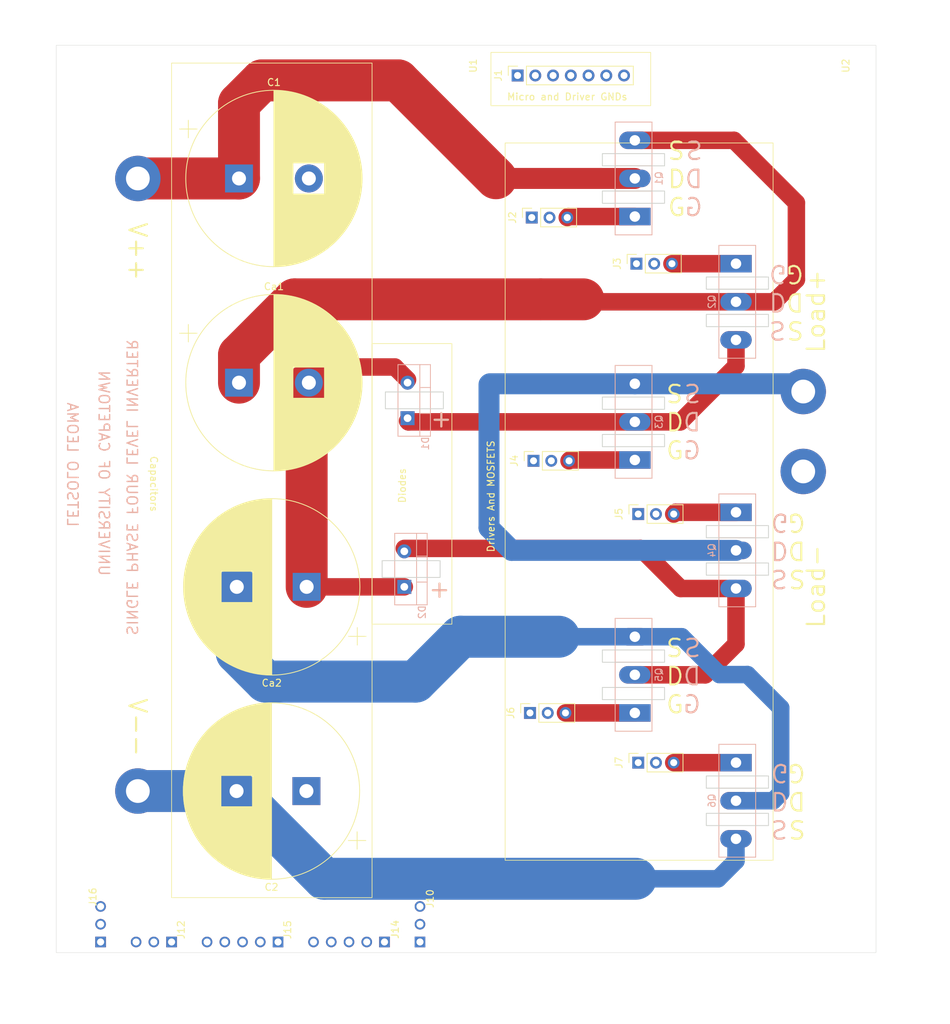
<source format=kicad_pcb>
(kicad_pcb (version 20240108) (generator "pcbnew") (generator_version "8.0")
  (layers (0 "F.Cu" signal) (1 "In1.Cu" signal) (2 "In2.Cu" signal) (31 "B.Cu" signal) (34 "B.Paste" user) (35 "F.Paste" user) (36 "B.SilkS" user "B.Silkscreen") (37 "F.SilkS" user "F.Silkscreen") (38 "B.Mask" user) (39 "F.Mask" user) (44 "Edge.Cuts" user))
  (net 0 "")
  (net 1 "Net-(D1-K)")
  (net 2 "Net-(D1-A)")
  (net 3 "Net-(D2-A)")
  (net 4 "GND")
  (net 5 "/V++")
  (net 6 "/V--")
  (net 7 "Net-(Q1-S)")
  (net 8 "Net-(Q5-S)")
  (net 10 "Net-(J2-Pin_3)")
  (net 14 "Net-(J3-Pin_3)")
  (net 15 "Net-(J4-Pin_3)")
  (net 18 "Net-(J5-Pin_3)")
  (net 21 "Net-(J6-Pin_3)")
  (net 25 "Net-(J7-Pin_3)")
  (net 27 "/Load+")
  (footprint "" (layer "F.Cu") (at 189.484 91.44)
    (property "Reference" "" (at 0 0 0) (layer "F.SilkS") (effects (font (size 1.27 1.27))))
    (property "Value" "")
    (pad "2" thru_hole circle (at 0 0) (size 6.5 6.5) (drill 3.4) (layers "*.Cu" "*.Mask") (net 4 "GND"))
  )
  (footprint "Connector_PinSocket_2.54mm:PinSocket_1x03_P2.54mm_Vertical" (layer "F.Cu") (at 165.608 61.722 90)
    (property "Reference" "J3" (at 0 -2.77 90) (layer "F.SilkS"))
    (property "Value" "Driver Header")
    (pad "1" thru_hole rect (at 0 0 90) (size 1.7 1.7) (drill 1) (layers "*.Cu" "*.Mask"))
    (pad "2" thru_hole oval (at 0 2.54 90) (size 1.7 1.7) (drill 1) (layers "*.Cu" "*.Mask"))
    (pad "3" thru_hole oval (at 0 5.08 90) (size 1.7 1.7) (drill 1) (layers "*.Cu" "*.Mask") (net 14 "Net-(J3-Pin_3)"))
  )
  (footprint "Connector_PinSocket_2.54mm:PinSocket_1x03_P2.54mm_Vertical" (layer "F.Cu") (at 150.876 89.916 90)
    (property "Reference" "J4" (at 0 -2.77 90) (layer "F.SilkS"))
    (property "Value" "Driver Header")
    (pad "1" thru_hole rect (at 0 0 90) (size 1.7 1.7) (drill 1) (layers "*.Cu" "*.Mask"))
    (pad "2" thru_hole oval (at 0 2.54 90) (size 1.7 1.7) (drill 1) (layers "*.Cu" "*.Mask"))
    (pad "3" thru_hole oval (at 0 5.08 90) (size 1.7 1.7) (drill 1) (layers "*.Cu" "*.Mask") (net 15 "Net-(J4-Pin_3)"))
  )
  (footprint "" (layer "F.Cu") (at 189.484 80.01)
    (property "Reference" "" (at 0 0 0) (layer "F.SilkS") (effects (font (size 1.27 1.27))))
    (property "Value" "")
    (pad "3" thru_hole circle (at 0 0 180) (size 6.5 6.5) (drill 3.4) (layers "*.Cu" "*.Mask") (net 27 "/Load+"))
  )
  (footprint "Capacitor_THT:CP_Radial_D25.0mm_P10.00mm_SnapIn" (layer "F.Cu") (at 108.712 78.74)
    (property "Reference" "Ca1" (at 5 -13.75 0) (layer "F.SilkS"))
    (property "Value" "330uF")
    (pad "1" thru_hole rect (at 0 0) (size 4 4) (drill 2) (layers "*.Cu" "*.Mask") (net 7 "Net-(Q1-S)"))
    (pad "2" thru_hole circle (at 10 0) (size 4 4) (drill 2) (layers "*.Cu" "*.Mask") (net 2 "Net-(D1-A)"))
  )
  (footprint "Connector_PinSocket_2.54mm:PinSocket_1x07_P2.54mm_Vertical" (layer "F.Cu") (at 148.59 34.798 90)
    (property "Reference" "J1" (at 0 -2.77 90) (layer "F.SilkS"))
    (property "Value" "Micro and Driver GNDs" (at -3.048 7.112 0) (layer "F.SilkS"))
    (pad "1" thru_hole rect (at 0 0 90) (size 1.7 1.7) (drill 1) (layers "*.Cu" "*.Mask") (net 4 "GND"))
    (pad "2" thru_hole oval (at 0 2.54 90) (size 1.7 1.7) (drill 1) (layers "*.Cu" "*.Mask") (net 4 "GND"))
    (pad "3" thru_hole oval (at 0 5.08 90) (size 1.7 1.7) (drill 1) (layers "*.Cu" "*.Mask") (net 4 "GND"))
    (pad "4" thru_hole oval (at 0 7.62 90) (size 1.7 1.7) (drill 1) (layers "*.Cu" "*.Mask") (net 4 "GND"))
    (pad "5" thru_hole oval (at 0 10.16 90) (size 1.7 1.7) (drill 1) (layers "*.Cu" "*.Mask") (net 4 "GND"))
    (pad "6" thru_hole oval (at 0 12.7 90) (size 1.7 1.7) (drill 1) (layers "*.Cu" "*.Mask") (net 4 "GND"))
    (pad "7" thru_hole oval (at 0 15.24 90) (size 1.7 1.7) (drill 1) (layers "*.Cu" "*.Mask") (net 4 "GND"))
  )
  (footprint "" (layer "F.Cu") (at 94.234 137.16)
    (property "Reference" "" (at 0 0 0) (layer "F.SilkS") (effects (font (size 1.27 1.27))))
    (property "Value" "")
    (pad "2" thru_hole circle (at 0 0 180) (size 6.5 6.5) (drill 3.4) (layers "*.Cu" "*.Mask") (net 6 "/V--"))
  )
  (footprint "Connector_PinSocket_2.54mm:PinSocket_1x03_P2.54mm_Vertical" (layer "F.Cu") (at 165.862 133.096 90)
    (property "Reference" "J7" (at 0 -2.77 90) (layer "F.SilkS"))
    (property "Value" "Driver Header")
    (pad "1" thru_hole rect (at 0 0 90) (size 1.7 1.7) (drill 1) (layers "*.Cu" "*.Mask"))
    (pad "2" thru_hole oval (at 0 2.54 90) (size 1.7 1.7) (drill 1) (layers "*.Cu" "*.Mask"))
    (pad "3" thru_hole oval (at 0 5.08 90) (size 1.7 1.7) (drill 1) (layers "*.Cu" "*.Mask") (net 25 "Net-(J7-Pin_3)"))
  )
  (footprint "4L_NNPC:MOD_LAUNCHXL-F28379D" (layer "F.Cu") (at 111.76 95.377 -90)
    (property "Reference" "U1" (at -61.972 -30.475 90) (layer "F.SilkS"))
    (property "Value" "LAUNCHXL-F28379D")
    (fp_text user "J10" (at 57.178 -24.305 90) (layer "F.SilkS"))
    (fp_text user "J14" (at 61.578 -19.305 90) (layer "F.SilkS"))
    (fp_text user "J15" (at 61.628 -3.905 90) (layer "F.SilkS"))
    (fp_text user "J12" (at 61.628 11.335 90) (layer "F.SilkS"))
    (fp_text user "J16" (at 56.928 23.97 90) (layer "F.SilkS"))
    (fp_text user "J14" (at 61.578 -19.305 90) (layer "F.SilkS"))
    (pad "" np_thru_hole circle (at -62.357 -26.67 270) (size 3.175 3.175) (drill 3.175) (layers "*.Cu" "*.Mask"))
    (pad "" np_thru_hole circle (at -62.357 26.67 270) (size 3.175 3.175) (drill 3.175) (layers "*.Cu" "*.Mask"))
    (pad "" np_thru_hole circle (at 62.103 -26.67 270) (size 3.175 3.175) (drill 3.175) (layers "*.Cu" "*.Mask"))
    (pad "" np_thru_hole circle (at 62.103 26.67 270) (size 3.175 3.175) (drill 3.175) (layers "*.Cu" "*.Mask"))
    (pad "J10_1" thru_hole rect (at 63.373 -22.86 270) (size 1.524 1.524) (drill 1.016) (layers "*.Cu" "*.Mask"))
    (pad "J10_2" thru_hole circle (at 60.833 -22.86 270) (size 1.524 1.524) (drill 1.016) (layers "*.Cu" "*.Mask"))
    (pad "J10_3" thru_hole circle (at 58.293 -22.86 270) (size 1.524 1.524) (drill 1.016) (layers "*.Cu" "*.Mask"))
    (pad "J12_1" thru_hole rect (at 63.373 12.7 270) (size 1.524 1.524) (drill 1.016) (layers "*.Cu" "*.Mask"))
    (pad "J12_2" thru_hole circle (at 63.373 15.24 270) (size 1.524 1.524) (drill 1.016) (layers "*.Cu" "*.Mask"))
    (pad "J12_3" thru_hole circle (at 63.373 17.78 270) (size 1.524 1.524) (drill 1.016) (layers "*.Cu" "*.Mask"))
    (pad "J14_1" thru_hole rect (at 63.373 -17.78 270) (size 1.524 1.524) (drill 1.016) (layers "*.Cu" "*.Mask"))
    (pad "J14_2" thru_hole circle (at 63.373 -15.24 270) (size 1.524 1.524) (drill 1.016) (layers "*.Cu" "*.Mask"))
    (pad "J14_3" thru_hole circle (at 63.373 -12.7 270) (size 1.524 1.524) (drill 1.016) (layers "*.Cu" "*.Mask"))
    (pad "J14_4" thru_hole circle (at 63.373 -10.16 270) (size 1.524 1.524) (drill 1.016) (layers "*.Cu" "*.Mask"))
    (pad "J14_5" thru_hole circle (at 63.373 -7.62 270) (size 1.524 1.524) (drill 1.016) (layers "*.Cu" "*.Mask"))
    (pad "J15_1" thru_hole rect (at 63.373 -2.54 270) (size 1.524 1.524) (drill 1.016) (layers "*.Cu" "*.Mask"))
    (pad "J15_2" thru_hole circle (at 63.373 0 270) (size 1.524 1.524) (drill 1.016) (layers "*.Cu" "*.Mask"))
    (pad "J15_3" thru_hole circle (at 63.373 2.54 270) (size 1.524 1.524) (drill 1.016) (layers "*.Cu" "*.Mask"))
    (pad "J15_4" thru_hole circle (at 63.373 5.08 270) (size 1.524 1.524) (drill 1.016) (layers "*.Cu" "*.Mask"))
    (pad "J15_5" thru_hole circle (at 63.373 7.62 270) (size 1.524 1.524) (drill 1.016) (layers "*.Cu" "*.Mask"))
    (pad "J16_1" thru_hole rect (at 63.373 22.86 270) (size 1.524 1.524) (drill 1.016) (layers "*.Cu" "*.Mask"))
    (pad "J16_2" thru_hole circle (at 60.833 22.86 270) (size 1.524 1.524) (drill 1.016) (layers "*.Cu" "*.Mask"))
    (pad "J16_3" thru_hole circle (at 58.293 22.86 270) (size 1.524 1.524) (drill 1.016) (layers "*.Cu" "*.Mask"))
  )
  (footprint "4L_NNPC:MOD_LAUNCHXL-F28379D" (layer "F.Cu") (at 165.1 95.377 -90)
    (property "Reference" "U2" (at -61.972 -30.475 90) (layer "F.SilkS"))
    (property "Value" "LAUNCHXL-F28379D")
    (pad "" np_thru_hole circle (at -62.357 -26.67 270) (size 3.175 3.175) (drill 3.175) (layers "*.Cu" "*.Mask"))
    (pad "" np_thru_hole circle (at -62.357 26.67 270) (size 3.175 3.175) (drill 3.175) (layers "*.Cu" "*.Mask"))
    (pad "" np_thru_hole circle (at 62.103 -26.67 270) (size 3.175 3.175) (drill 3.175) (layers "*.Cu" "*.Mask"))
    (pad "" np_thru_hole circle (at 62.103 26.67 270) (size 3.175 3.175) (drill 3.175) (layers "*.Cu" "*.Mask"))
  )
  (footprint "" (layer "F.Cu") (at 94.234 49.53)
    (property "Reference" "" (at 0 0 0) (layer "F.SilkS") (effects (font (size 1.27 1.27))))
    (property "Value" "")
    (pad "1" thru_hole circle (at 0 0) (size 6.5 6.5) (drill 3.4) (layers "*.Cu" "*.Mask") (net 5 "/V++"))
  )
  (footprint "Capacitor_THT:CP_Radial_D25.0mm_P10.00mm_SnapIn" (layer "F.Cu") (at 118.364 137.16 180)
    (property "Reference" "C2" (at 5 -13.75 0) (layer "F.SilkS"))
    (property "Value" "330uF")
    (pad "1" thru_hole rect (at 0 0 180) (size 4 4) (drill 2) (layers "*.Cu" "*.Mask") (net 4 "GND"))
    (pad "2" thru_hole circle (at 10 0 180) (size 4 4) (drill 2) (layers "*.Cu" "*.Mask") (net 6 "/V--"))
  )
  (footprint "Connector_PinSocket_2.54mm:PinSocket_1x03_P2.54mm_Vertical" (layer "F.Cu") (at 165.862 97.536 90)
    (property "Reference" "J5" (at 0 -2.77 90) (layer "F.SilkS"))
    (property "Value" "Driver Header")
    (pad "1" thru_hole rect (at 0 0 90) (size 1.7 1.7) (drill 1) (layers "*.Cu" "*.Mask"))
    (pad "2" thru_hole oval (at 0 2.54 90) (size 1.7 1.7) (drill 1) (layers "*.Cu" "*.Mask"))
    (pad "3" thru_hole oval (at 0 5.08 90) (size 1.7 1.7) (drill 1) (layers "*.Cu" "*.Mask") (net 18 "Net-(J5-Pin_3)"))
  )
  (footprint "Capacitor_THT:CP_Radial_D25.0mm_P10.00mm_SnapIn" (layer "F.Cu") (at 118.397371 107.95 180)
    (property "Reference" "Ca2" (at 5 -13.75 0) (layer "F.SilkS"))
    (property "Value" "330uF")
    (pad "1" thru_hole rect (at 0 0 180) (size 4 4) (drill 2) (layers "*.Cu" "*.Mask") (net 2 "Net-(D1-A)"))
    (pad "2" thru_hole circle (at 10 0 180) (size 4 4) (drill 2) (layers "*.Cu" "*.Mask") (net 8 "Net-(Q5-S)"))
  )
  (footprint "Connector_PinSocket_2.54mm:PinSocket_1x03_P2.54mm_Vertical" (layer "F.Cu") (at 150.622 55.118 90)
    (property "Reference" "J2" (at 0 -2.77 90) (layer "F.SilkS"))
    (property "Value" "Driver Header")
    (pad "1" thru_hole rect (at 0 0 90) (size 1.7 1.7) (drill 1) (layers "*.Cu" "*.Mask"))
    (pad "2" thru_hole oval (at 0 2.54 90) (size 1.7 1.7) (drill 1) (layers "*.Cu" "*.Mask"))
    (pad "3" thru_hole oval (at 0 5.08 90) (size 1.7 1.7) (drill 1) (layers "*.Cu" "*.Mask") (net 10 "Net-(J2-Pin_3)"))
  )
  (footprint "Connector_PinSocket_2.54mm:PinSocket_1x03_P2.54mm_Vertical" (layer "F.Cu") (at 150.368 125.984 90)
    (property "Reference" "J6" (at 0 -2.77 90) (layer "F.SilkS"))
    (property "Value" "Driver Header")
    (pad "1" thru_hole rect (at 0 0 90) (size 1.7 1.7) (drill 1) (layers "*.Cu" "*.Mask"))
    (pad "2" thru_hole oval (at 0 2.54 90) (size 1.7 1.7) (drill 1) (layers "*.Cu" "*.Mask"))
    (pad "3" thru_hole oval (at 0 5.08 90) (size 1.7 1.7) (drill 1) (layers "*.Cu" "*.Mask") (net 21 "Net-(J6-Pin_3)"))
  )
  (footprint "Capacitor_THT:CP_Radial_D25.0mm_P10.00mm_SnapIn" (layer "F.Cu") (at 108.712 49.53)
    (property "Reference" "C1" (at 5 -13.75 0) (layer "F.SilkS"))
    (property "Value" "330uF")
    (pad "1" thru_hole rect (at 0 0) (size 4 4) (drill 2) (layers "*.Cu" "*.Mask") (net 5 "/V++"))
    (pad "2" thru_hole circle (at 10 0) (size 4 4) (drill 2) (layers "*.Cu" "*.Mask") (net 4 "GND"))
  )
  (footprint "Package_TO_SOT_THT:TO-247-3_Vertical" (layer "B.Cu") (at 165.379 54.976 90)
    (property "Reference" "Q1" (at 5.45 3.45 90) (layer "B.SilkS") (effects (justify mirror)))
    (property "Value" "STW48NM60N")
    (fp_rect (start 9 -4.65) (end 7.25 4.25) (stroke (width 0.12)) (fill none) (layer "Edge.Cuts"))
    (fp_rect (start 3.65 -4.65) (end 1.9 4.25) (stroke (width 0.12)) (fill none) (layer "Edge.Cuts"))
    (pad "1" thru_hole rect (at 0 0 90) (size 2.5 4.5) (drill 1.5) (layers "*.Cu" "*.Mask") (net 10 "Net-(J2-Pin_3)"))
    (pad "2" thru_hole oval (at 5.45 0 90) (size 2.5 4.5) (drill 1.5) (layers "*.Cu" "*.Mask") (net 5 "/V++"))
    (pad "3" thru_hole oval (at 10.9 0 90) (size 2.5 4.5) (drill 1.5) (layers "*.Cu" "*.Mask") (net 7 "Net-(Q1-S)"))
  )
  (footprint "Package_TO_SOT_THT:TO-247-3_Vertical" (layer "B.Cu") (at 165.379 125.984 90)
    (property "Reference" "Q5" (at 5.45 3.45 90) (layer "B.SilkS") (effects (justify mirror)))
    (property "Value" "STW48NM60N")
    (fp_rect (start 9 -4.65) (end 7.25 4.25) (stroke (width 0.12)) (fill none) (layer "Edge.Cuts"))
    (fp_rect (start 3.65 -4.65) (end 1.9 4.25) (stroke (width 0.12)) (fill none) (layer "Edge.Cuts"))
    (pad "1" thru_hole rect (at 0 0 90) (size 2.5 4.5) (drill 1.5) (layers "*.Cu" "*.Mask") (net 21 "Net-(J6-Pin_3)"))
    (pad "2" thru_hole oval (at 5.45 0 90) (size 2.5 4.5) (drill 1.5) (layers "*.Cu" "*.Mask") (net 3 "Net-(D2-A)"))
    (pad "3" thru_hole oval (at 10.9 0 90) (size 2.5 4.5) (drill 1.5) (layers "*.Cu" "*.Mask") (net 8 "Net-(Q5-S)"))
  )
  (footprint "Package_TO_SOT_THT:TO-220-2_Vertical" (layer "B.Cu") (at 132.375 107.95 90)
    (property "Reference" "D2" (at -3.625 2.55 90) (layer "B.SilkS") (effects (justify mirror)))
    (property "Value" "STPSC20065D")
    (fp_rect (start 3.75 -3.175) (end 1.35 5.125) (stroke (width 0.12)) (fill none) (layer "Edge.Cuts"))
    (pad "1" thru_hole rect (at 0 0 90) (size 2 2) (drill 1.1) (layers "*.Cu" "*.Mask") (net 2 "Net-(D1-A)"))
    (pad "2" thru_hole oval (at 5.08 0 90) (size 2 2) (drill 1.1) (layers "*.Cu" "*.Mask") (net 3 "Net-(D2-A)"))
  )
  (footprint "Package_TO_SOT_THT:TO-247-3_Vertical" (layer "B.Cu") (at 179.857 61.722 -90)
    (property "Reference" "Q2" (at 5.45 3.45 90) (layer "B.SilkS") (effects (justify mirror)))
    (property "Value" "STW48NM60N")
    (fp_rect (start 3.65 -4.65) (end 1.9 4.25) (stroke (width 0.12)) (fill none) (layer "Edge.Cuts"))
    (fp_rect (start 9 -4.65) (end 7.25 4.25) (stroke (width 0.12)) (fill none) (layer "Edge.Cuts"))
    (pad "1" thru_hole rect (at 0 0 270) (size 2.5 4.5) (drill 1.5) (layers "*.Cu" "*.Mask") (net 14 "Net-(J3-Pin_3)"))
    (pad "2" thru_hole oval (at 5.45 0 270) (size 2.5 4.5) (drill 1.5) (layers "*.Cu" "*.Mask") (net 7 "Net-(Q1-S)"))
    (pad "3" thru_hole oval (at 10.9 0 270) (size 2.5 4.5) (drill 1.5) (layers "*.Cu" "*.Mask") (net 1 "Net-(D1-K)"))
  )
  (footprint "Package_TO_SOT_THT:TO-247-3_Vertical" (layer "B.Cu") (at 179.857 133.096 -90)
    (property "Reference" "Q6" (at 5.45 3.45 90) (layer "B.SilkS") (effects (justify mirror)))
    (property "Value" "STW48NM60N")
    (fp_rect (start 3.65 -4.65) (end 1.9 4.25) (stroke (width 0.12)) (fill none) (layer "Edge.Cuts"))
    (fp_rect (start 9 -4.65) (end 7.25 4.25) (stroke (width 0.12)) (fill none) (layer "Edge.Cuts"))
    (pad "1" thru_hole rect (at 0 0 270) (size 2.5 4.5) (drill 1.5) (layers "*.Cu" "*.Mask") (net 25 "Net-(J7-Pin_3)"))
    (pad "2" thru_hole oval (at 5.45 0 270) (size 2.5 4.5) (drill 1.5) (layers "*.Cu" "*.Mask") (net 8 "Net-(Q5-S)"))
    (pad "3" thru_hole oval (at 10.9 0 270) (size 2.5 4.5) (drill 1.5) (layers "*.Cu" "*.Mask") (net 6 "/V--"))
  )
  (footprint "Package_TO_SOT_THT:TO-247-3_Vertical" (layer "B.Cu") (at 165.379 89.8 90)
    (property "Reference" "Q3" (at 5.45 3.45 90) (layer "B.SilkS") (effects (justify mirror)))
    (property "Value" "STW48NM60N")
    (fp_rect (start 9 -4.65) (end 7.25 4.25) (stroke (width 0.12)) (fill none) (layer "Edge.Cuts"))
    (fp_rect (start 3.65 -4.65) (end 1.9 4.25) (stroke (width 0.12)) (fill none) (layer "Edge.Cuts"))
    (pad "1" thru_hole rect (at 0 0 90) (size 2.5 4.5) (drill 1.5) (layers "*.Cu" "*.Mask") (net 15 "Net-(J4-Pin_3)"))
    (pad "2" thru_hole oval (at 5.45 0 90) (size 2.5 4.5) (drill 1.5) (layers "*.Cu" "*.Mask") (net 1 "Net-(D1-K)"))
    (pad "3" thru_hole oval (at 10.9 0 90) (size 2.5 4.5) (drill 1.5) (layers "*.Cu" "*.Mask") (net 27 "/Load+"))
  )
  (footprint "Package_TO_SOT_THT:TO-247-3_Vertical" (layer "B.Cu") (at 179.857 97.282 -90)
    (property "Reference" "Q4" (at 5.45 3.45 90) (layer "B.SilkS") (effects (justify mirror)))
    (property "Value" "STW48NM60N")
    (fp_rect (start 3.65 -4.65) (end 1.9 4.25) (stroke (width 0.12)) (fill none) (layer "Edge.Cuts"))
    (fp_rect (start 9 -4.65) (end 7.25 4.25) (stroke (width 0.12)) (fill none) (layer "Edge.Cuts"))
    (pad "1" thru_hole rect (at 0 0 270) (size 2.5 4.5) (drill 1.5) (layers "*.Cu" "*.Mask") (net 18 "Net-(J5-Pin_3)"))
    (pad "2" thru_hole oval (at 5.45 0 270) (size 2.5 4.5) (drill 1.5) (layers "*.Cu" "*.Mask") (net 27 "/Load+"))
    (pad "3" thru_hole oval (at 10.9 0 270) (size 2.5 4.5) (drill 1.5) (layers "*.Cu" "*.Mask") (net 3 "Net-(D2-A)"))
  )
  (footprint "Package_TO_SOT_THT:TO-220-2_Vertical" (layer "B.Cu") (at 132.842 83.82 90)
    (property "Reference" "D1" (at -3.625 2.55 90) (layer "B.SilkS") (effects (justify mirror)))
    (property "Value" "STPSC20065D")
    (fp_rect (start 3.75 -3.175) (end 1.35 5.125) (stroke (width 0.12)) (fill none) (layer "Edge.Cuts"))
    (pad "1" thru_hole rect (at 0 0 90) (size 2 2) (drill 1.1) (layers "*.Cu" "*.Mask") (net 1 "Net-(D1-K)"))
    (pad "2" thru_hole oval (at 5.08 0 90) (size 2 2) (drill 1.1) (layers "*.Cu" "*.Mask") (net 2 "Net-(D1-A)"))
  )
  (gr_rect (start 127.762 73.152) (end 139.192 113.284) (stroke (width 0.1)) (fill none) (layer "F.SilkS"))
  (gr_rect (start 144.78 31.496) (end 167.64 39.116) (stroke (width 0.1)) (fill none) (layer "F.SilkS"))
  (gr_rect (start 99.06 33.02) (end 127.762 152.4) (stroke (width 0.1)) (fill none) (layer "F.SilkS"))
  (gr_rect (start 146.812 44.45) (end 185.166 147.066) (stroke (width 0.1)) (fill none) (layer "F.SilkS"))
  (gr_rect (start 82.55 30.48) (end 199.898 160.274) (stroke (width 0.05)) (fill none) (layer "Edge.Cuts"))
  (gr_text "S\nD\nG\n" (at 184.658 133.096 180) (layer "B.SilkS") (effects (font (size 2.5 2.5) (thickness 0.3) (bold yes)) (justify left bottom mirror)))
  (gr_text "S\nD\nG\n" (at 175.006 89.916 -0) (layer "B.SilkS") (effects (font (size 2.5 2.5) (thickness 0.3) (bold yes)) (justify left bottom mirror)))
  (gr_text "S\nD\nG\n" (at 184.658 97.282 180) (layer "B.SilkS") (effects (font (size 2.5 2.5) (thickness 0.3) (bold yes)) (justify left bottom mirror)))
  (gr_text "S\nD\nG\n" (at 175.006 126.238 -0) (layer "B.SilkS") (effects (font (size 2.5 2.5) (thickness 0.3) (bold yes)) (justify left bottom mirror)))
  (gr_text "+" (at 138.684 106.68 -270) (layer "B.SilkS") (effects (font (size 2.5 2.5) (thickness 0.3) (bold yes)) (justify left bottom mirror)))
  (gr_text "LETSOLO LEOMA" (at 84 99.5 270) (layer "B.SilkS") (effects (font (size 1.5 1.5) (thickness 0.2)) (justify left bottom mirror)))
  (gr_text "SINGLE PHASE FOUR LEVEL INVERTER " (at 92.5 115 -90) (layer "B.SilkS") (effects (font (size 1.5 1.5) (thickness 0.2)) (justify left bottom mirror)))
  (gr_text "S\nD\nG\n" (at 175.26 55.118 -0) (layer "B.SilkS") (effects (font (size 2.5 2.5) (thickness 0.3) (bold yes)) (justify left bottom mirror)))
  (gr_text "+" (at 138.938 82.296 -270) (layer "B.SilkS") (effects (font (size 2.5 2.5) (thickness 0.3) (bold yes)) (justify left bottom mirror)))
  (gr_text "S\nD\nG\n" (at 184.404 61.722 180) (layer "B.SilkS") (effects (font (size 2.5 2.5) (thickness 0.3) (bold yes)) (justify left bottom mirror)))
  (gr_text "UNIVERSITY OF CAPETOWN" (at 88.5 106.5 270) (layer "B.SilkS") (effects (font (size 1.5 1.5) (thickness 0.2)) (justify left bottom mirror)))
  (gr_text "+" (at 136.398 82.296 270) (layer "F.SilkS") (effects (font (size 2.5 2.5) (thickness 0.3) (bold yes)) (justify left bottom)))
  (gr_text "Load+" (at 192.786 74.676 90) (layer "F.SilkS") (effects (font (size 2.5 2.5) (thickness 0.3) (bold yes)) (justify left bottom)))
  (gr_text "S\nD\nG\n" (at 169.672 126.238 0) (layer "F.SilkS") (effects (font (size 2.5 2.5) (thickness 0.3) (bold yes)) (justify left bottom)))
  (gr_text "S\nD\nG\n" (at 189.738 61.722 180) (layer "F.SilkS") (effects (font (size 2.5 2.5) (thickness 0.3) (bold yes)) (justify left bottom)))
  (gr_text "S\nD\nG\n" (at 169.926 55.118 0) (layer "F.SilkS") (effects (font (size 2.5 2.5) (thickness 0.3) (bold yes)) (justify left bottom)))
  (gr_text "S\nD\nG\n" (at 189.992 97.282 180) (layer "F.SilkS") (effects (font (size 2.5 2.5) (thickness 0.3) (bold yes)) (justify left bottom)))
  (gr_text "Diodes" (at 132.08 93.472 90) (layer "F.SilkS") (effects (font (size 1 1))))
  (gr_text "Load-\n" (at 192.786 114.046 90) (layer "F.SilkS") (effects (font (size 2.5 2.5) (thickness 0.3) (bold yes)) (justify left bottom)))
  (gr_text "+" (at 136.144 106.68 270) (layer "F.SilkS") (effects (font (size 2.5 2.5) (thickness 0.3) (bold yes)) (justify left bottom)))
  (gr_text "S\nD\nG\n" (at 189.992 133.096 180) (layer "F.SilkS") (effects (font (size 2.5 2.5) (thickness 0.3) (bold yes)) (justify left bottom)))
  (gr_text "S\nD\nG\n" (at 169.672 89.916 0) (layer "F.SilkS") (effects (font (size 2.5 2.5) (thickness 0.3) (bold yes)) (justify left bottom)))
  (gr_text "V--\n" (at 92.71 123.698 270) (layer "F.SilkS") (effects (font (size 2.5 2.5) (thickness 0.3) (bold yes)) (justify left bottom)))
  (gr_text "V++" (at 92.71 55.626 -90) (layer "F.SilkS") (effects (font (size 2.5 2.5) (thickness 0.3) (bold yes)) (justify left bottom)))
  (gr_text "Capacitors\n" (at 96.52 93.218 -90) (layer "F.SilkS") (effects (font (size 1 1))))
  (gr_text "Drivers And MOSFETS" (at 144.78 94.996 90) (layer "F.SilkS") (effects (font (size 1 1))))
  (segment (start 165.379 84.35) (end 171.879 84.35) (width 2.5) (layer "F.Cu") (net 1))
  (segment (start 132.972 84.35) (end 132.842 84.22) (width 2.5) (layer "F.Cu") (net 1))
  (segment (start 171.879 84.35) (end 179.857 76.372) (width 2.5) (layer "F.Cu") (net 1))
  (segment (start 165.379 84.35) (end 132.972 84.35) (width 2.5) (layer "F.Cu") (net 1))
  (segment (start 179.857 76.372) (end 179.857 72.622) (width 2.5) (layer "F.Cu") (net 1))
  (segment (start 131.022 76.5) (end 132.842 78.32) (width 2.5) (layer "F.Cu") (net 2))
  (segment (start 118.397371 107.95) (end 118.797371 108.35) (width 2.5) (layer "F.Cu") (net 2))
  (segment (start 132.375 107.95) (end 118.397371 107.95) (width 2.5) (layer "F.Cu") (net 2))
  (segment (start 118.712 78.74) (end 120.952 76.5) (width 2.5) (layer "F.Cu") (net 2))
  (segment (start 118.397371 107.95) (end 118.397371 79.054629) (width 6) (layer "F.Cu") (net 2))
  (segment (start 120.952 76.5) (end 131.022 76.5) (width 2.5) (layer "F.Cu") (net 2))
  (segment (start 179.857 116.143) (end 179.857 108.182) (width 2.5) (layer "F.Cu") (net 3))
  (segment (start 165.379 120.534) (end 175.466 120.534) (width 2.5) (layer "F.Cu") (net 3))
  (segment (start 166.204 102.45) (end 132.375 102.45) (width 2.5) (layer "F.Cu") (net 3))
  (segment (start 171.936 108.182) (end 166.204 102.45) (width 2.5) (layer "F.Cu") (net 3))
  (segment (start 175.466 120.534) (end 179.857 116.143) (width 2.5) (layer "F.Cu") (net 3))
  (segment (start 179.857 108.182) (end 171.936 108.182) (width 2.5) (layer "F.Cu") (net 3))
  (segment (start 108.712 49.53) (end 94.234 49.53) (width 6) (layer "F.Cu") (net 5))
  (segment (start 146 49.5) (end 146.026 49.526) (width 0.2) (layer "F.Cu") (net 5))
  (segment (start 145.5 49.5) (end 131.5 35.5) (width 6) (layer "F.Cu") (net 5))
  (segment (start 112 35.5) (end 108.712 38.788) (width 6) (layer "F.Cu") (net 5))
  (segment (start 145.5 49.5) (end 146 49.5) (width 0.2) (layer "F.Cu") (net 5))
  (segment (start 146.026 49.526) (end 165.379 49.526) (width 3) (layer "F.Cu") (net 5))
  (segment (start 108.712 38.788) (end 108.712 49.53) (width 6) (layer "F.Cu") (net 5))
  (segment (start 131.5 35.5) (end 112 35.5) (width 6) (layer "F.Cu") (net 5))
  (segment (start 109 49.242) (end 108.712 49.53) (width 0.2) (layer "B.Cu") (net 5))
  (segment (start 94.234 137.16) (end 108.364 137.16) (width 6) (layer "B.Cu") (net 6))
  (segment (start 165.5 149.708) (end 177.292 149.708) (width 2.5) (layer "B.Cu") (net 6))
  (segment (start 120.912 149.708) (end 108.364 137.16) (width 6) (layer "B.Cu") (net 6))
  (segment (start 165.5 149.708) (end 120.912 149.708) (width 6) (layer "B.Cu") (net 6))
  (segment (start 177.292 149.708) (end 179.857 147.143) (width 2.5) (layer "B.Cu") (net 6))
  (segment (start 179.857 147.143) (end 179.857 143.996) (width 2.5) (layer "B.Cu") (net 6))
  (segment (start 185.328 67.172) (end 179.857 67.172) (width 2.5) (layer "F.Cu") (net 7))
  (segment (start 151.892 66.821747) (end 158 66.821747) (width 6) (layer "F.Cu") (net 7))
  (segment (start 116.678253 66.821747) (end 151.892 66.821747) (width 6) (layer "F.Cu") (net 7))
  (segment (start 165.379 44.076) (end 179.576 44.076) (width 2.5) (layer "F.Cu") (net 7))
  (segment (start 108.712 74.788) (end 116.678253 66.821747) (width 6) (layer "F.Cu") (net 7))
  (segment (start 108.712 78.74) (end 108.712 74.788) (width 6) (layer "F.Cu") (net 7))
  (segment (start 158.350253 67.172) (end 179.857 67.172) (width 2.5) (layer "F.Cu") (net 7))
  (segment (start 158 66.821747) (end 158.350253 67.172) (width 2.5) (layer "F.Cu") (net 7))
  (segment (start 142.5 66.821747) (end 151.892 66.821747) (width 2.5) (layer "F.Cu") (net 7))
  (segment (start 188.5 53) (end 188.5 64) (width 2.5) (layer "F.Cu") (net 7))
  (segment (start 188.5 64) (end 185.328 67.172) (width 2.5) (layer "F.Cu") (net 7))
  (segment (start 179.576 44.076) (end 188.5 53) (width 2.5) (layer "F.Cu") (net 7))
  (segment (start 112.5 121.5) (end 108.397371 117.397371) (width 6) (layer "B.Cu") (net 8))
  (segment (start 185.181874 138.546) (end 179.857 138.546) (width 2.5) (layer "B.Cu") (net 8))
  (segment (start 186.257 125.257) (end 186.257 137.470874) (width 2.5) (layer "B.Cu") (net 8))
  (segment (start 108.397371 117.397371) (end 108.397371 107.95) (width 6) (layer "B.Cu") (net 8))
  (segment (start 134 121.5) (end 112.5 121.5) (width 6) (layer "B.Cu") (net 8))
  (segment (start 172.084 115.084) (end 177.5 120.5) (width 2.5) (layer "B.Cu") (net 8))
  (segment (start 177.5 120.5) (end 181.5 120.5) (width 2.5) (layer "B.Cu") (net 8))
  (segment (start 154.5 115.084) (end 165.379 115.084) (width 2.5) (layer "B.Cu") (net 8))
  (segment (start 186.257 137.470874) (end 185.181874 138.546) (width 2.5) (layer "B.Cu") (net 8))
  (segment (start 181.5 120.5) (end 186.257 125.257) (width 2.5) (layer "B.Cu") (net 8))
  (segment (start 165.379 115.084) (end 172.084 115.084) (width 2.5) (layer "B.Cu") (net 8))
  (segment (start 140.416 115.084) (end 134 121.5) (width 6) (layer "B.Cu") (net 8))
  (segment (start 154.5 115.084) (end 140.416 115.084) (width 6) (layer "B.Cu") (net 8))
  (segment (start 165.379 54.976) (end 155.844 54.976) (width 2.5) (layer "F.Cu") (net 10))
  (segment (start 155.844 54.976) (end 155.702 55.118) (width 2.5) (layer "F.Cu") (net 10))
  (segment (start 170.688 61.722) (end 179.857 61.722) (width 2.5) (layer "F.Cu") (net 14))
  (segment (start 156.072 89.8) (end 155.956 89.916) (width 2.5) (layer "F.Cu") (net 15))
  (segment (start 165.379 89.8) (end 156.072 89.8) (width 2.5) (layer "F.Cu") (net 15))
  (segment (start 171.196 97.282) (end 170.942 97.536) (width 2.5) (layer "F.Cu") (net 18))
  (segment (start 179.857 97.282) (end 171.196 97.282) (width 2.5) (layer "F.Cu") (net 18))
  (segment (start 165.379 125.984) (end 155.448 125.984) (width 2.5) (layer "F.Cu") (net 21))
  (segment (start 179.857 133.096) (end 170.942 133.096) (width 2.5) (layer "F.Cu") (net 25))
  (segment (start 165.379 78.9) (end 188.374 78.9) (width 3) (layer "B.Cu") (net 27))
  (segment (start 188.374 78.9) (end 189.484 80.01) (width 0.2) (layer "B.Cu") (net 27))
  (segment (start 147.732 102.732) (end 144.5 99.5) (width 3) (layer "B.Cu") (net 27))
  (segment (start 179.857 102.732) (end 147.732 102.732) (width 3) (layer "B.Cu") (net 27))
  (segment (start 144.5 79) (end 144.6 78.9) (width 0.2) (layer "B.Cu") (net 27))
  (segment (start 168.577528 78.9) (end 165.379 78.9) (width 0.2) (layer "B.Cu") (net 27))
  (segment (start 144.6 78.9) (end 165.379 78.9) (width 3) (layer "B.Cu") (net 27))
  (segment (start 144.5 99.5) (end 144.5 79) (width 3) (layer "B.Cu") (net 27))
)
</source>
